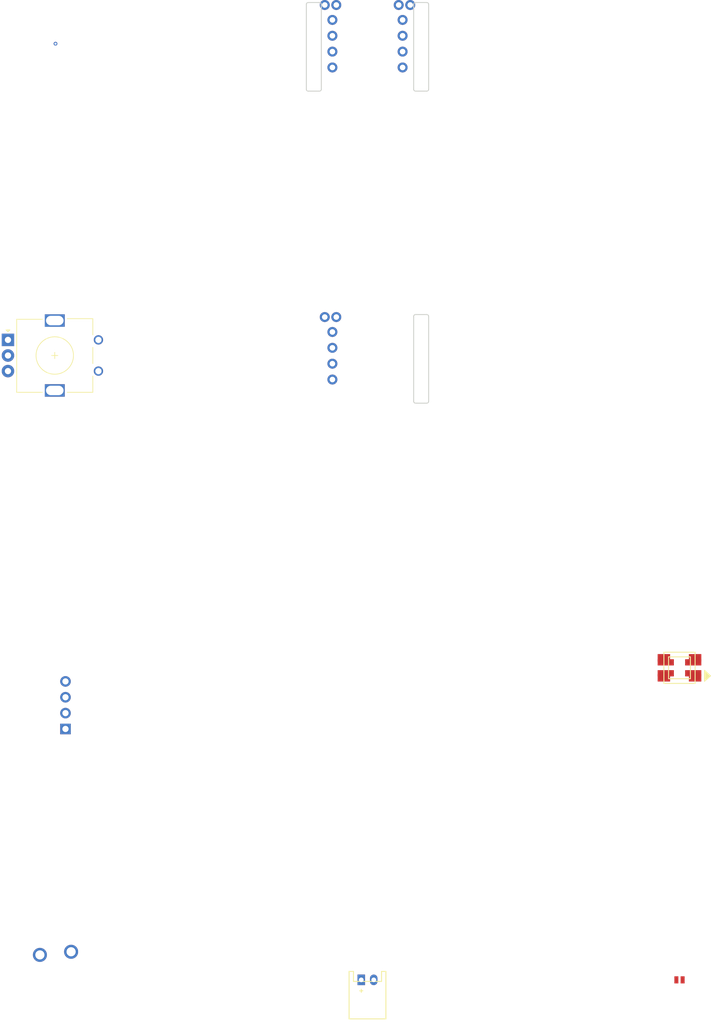
<source format=kicad_pcb>


(kicad_pcb (version 20171130) (host pcbnew 5.1.6)

  (page A3)
  (title_block
    (title "pcb")
    (rev "v1.0.0")
    (company "Unknown")
  )

  (general
    (thickness 1.6)
  )

  (layers
    (0 F.Cu signal)
    (31 B.Cu signal)
    (32 B.Adhes user)
    (33 F.Adhes user)
    (34 B.Paste user)
    (35 F.Paste user)
    (36 B.SilkS user)
    (37 F.SilkS user)
    (38 B.Mask user)
    (39 F.Mask user)
    (40 Dwgs.User user)
    (41 Cmts.User user)
    (42 Eco1.User user)
    (43 Eco2.User user)
    (44 Edge.Cuts user)
    (45 Margin user)
    (46 B.CrtYd user)
    (47 F.CrtYd user)
    (48 B.Fab user)
    (49 F.Fab user)
  )

  (setup
    (last_trace_width 0.25)
    (trace_clearance 0.2)
    (zone_clearance 0.508)
    (zone_45_only no)
    (trace_min 0.2)
    (via_size 0.8)
    (via_drill 0.4)
    (via_min_size 0.4)
    (via_min_drill 0.3)
    (uvia_size 0.3)
    (uvia_drill 0.1)
    (uvias_allowed no)
    (uvia_min_size 0.2)
    (uvia_min_drill 0.1)
    (edge_width 0.05)
    (segment_width 0.2)
    (pcb_text_width 0.3)
    (pcb_text_size 1.5 1.5)
    (mod_edge_width 0.12)
    (mod_text_size 1 1)
    (mod_text_width 0.15)
    (pad_size 1.524 1.524)
    (pad_drill 0.762)
    (pad_to_mask_clearance 0.05)
    (aux_axis_origin 0 0)
    (visible_elements FFFFFF7F)
    (pcbplotparams
      (layerselection 0x010fc_ffffffff)
      (usegerberextensions false)
      (usegerberattributes true)
      (usegerberadvancedattributes true)
      (creategerberjobfile true)
      (excludeedgelayer true)
      (linewidth 0.100000)
      (plotframeref false)
      (viasonmask false)
      (mode 1)
      (useauxorigin false)
      (hpglpennumber 1)
      (hpglpenspeed 20)
      (hpglpendiameter 15.000000)
      (psnegative false)
      (psa4output false)
      (plotreference true)
      (plotvalue true)
      (plotinvisibletext false)
      (padsonsilk false)
      (subtractmaskfromsilk false)
      (outputformat 1)
      (mirror false)
      (drillshape 1)
      (scaleselection 1)
      (outputdirectory ""))
  )

  (net 0 "")
(net 1 "from")
(net 2 "to")
(net 3 "pos")
(net 4 "neg")
(net 5 "VCC")
(net 6 "GND")
(net 7 "SDA")
(net 8 "SCL")
(net 9 "din")
(net 10 "dout")
(net 11 "A")
(net 12 "B")
(net 13 "C")
(net 14 "D")
(net 15 "net")

  (net_class Default "This is the default net class."
    (clearance 0.2)
    (trace_width 0.25)
    (via_dia 0.8)
    (via_drill 0.4)
    (uvia_dia 0.3)
    (uvia_drill 0.1)
    (add_net "")
(add_net "from")
(add_net "to")
(add_net "pos")
(add_net "neg")
(add_net "VCC")
(add_net "GND")
(add_net "SDA")
(add_net "SCL")
(add_net "din")
(add_net "dout")
(add_net "A")
(add_net "B")
(add_net "C")
(add_net "D")
(add_net "net")
  )

  

    (module ALPS (layer F.Cu) (tedit 5CF31DEF)

        (at 0 0 0)
        
        
        (fp_text reference "S1" (at 0 0) (layer F.SilkS) hide (effects (font (size 1.27 1.27) (thickness 0.15))))
        (fp_text value "" (at 0 0) (layer F.SilkS) hide (effects (font (size 1.27 1.27) (thickness 0.15))))
        
        
        (fp_line (start -7 -6) (end -7 -7) (layer Dwgs.User) (width 0.15))
        (fp_line (start -7 7) (end -6 7) (layer Dwgs.User) (width 0.15))
        (fp_line (start -6 -7) (end -7 -7) (layer Dwgs.User) (width 0.15))
        (fp_line (start -7 7) (end -7 6) (layer Dwgs.User) (width 0.15))
        (fp_line (start 7 6) (end 7 7) (layer Dwgs.User) (width 0.15))
        (fp_line (start 7 -7) (end 6 -7) (layer Dwgs.User) (width 0.15))
        (fp_line (start 6 7) (end 7 7) (layer Dwgs.User) (width 0.15))
        (fp_line (start 7 -7) (end 7 -6) (layer Dwgs.User) (width 0.15))

        
        (pad 1 thru_hole circle (at 2.5 -4.5) (size 2.25 2.25) (drill 1.47) (layers *.Cu *.Mask) (net 1 "from"))
        (pad 2 thru_hole circle (at -2.5 -4) (size 2.25 2.25) (drill 1.47) (layers *.Cu *.Mask) (net 2 "to"))
    )

    

    
    (module JST_PH_S2B-PH-K_02x2.00mm_Angled (layer F.Cu) (tedit 58D3FE32)

        (descr "JST PH series connector, S2B-PH-K, side entry type, through hole, Datasheet: http://www.jst-mfg.com/product/pdf/eng/ePH.pdf")
        (tags "connector jst ph")

        (at 50 0 0)

        
        (fp_text reference "JST1" (at 0 0) (layer F.SilkS) hide (effects (font (size 1.27 1.27) (thickness 0.15))))
        (fp_text value "" (at 0 0) (layer F.SilkS) hide (effects (font (size 1.27 1.27) (thickness 0.15))))

        (fp_line (start -2.25 0.25) (end -2.25 -1.35) (layer F.SilkS) (width 0.15))
        (fp_line (start -2.25 -1.35) (end -2.95 -1.35) (layer F.SilkS) (width 0.15))
        (fp_line (start -2.95 -1.35) (end -2.95 6.25) (layer F.SilkS) (width 0.15))
        (fp_line (start -2.95 6.25) (end 2.95 6.25) (layer F.SilkS) (width 0.15))
        (fp_line (start 2.95 6.25) (end 2.95 -1.35) (layer F.SilkS) (width 0.15))
        (fp_line (start 2.95 -1.35) (end 2.25 -1.35) (layer F.SilkS) (width 0.15))
        (fp_line (start 2.25 -1.35) (end 2.25 0.25) (layer F.SilkS) (width 0.15))
        (fp_line (start 2.25 0.25) (end -2.25 0.25) (layer F.SilkS) (width 0.15))

        (fp_line (start -1 1.5) (end -1 2.0) (layer F.SilkS) (width 0.15))
        (fp_line (start -1.25 1.75) (end -0.75 1.75) (layer F.SilkS) (width 0.15))

        (pad 1 thru_hole rect (at -1 0 0) (size 1.2 1.7) (drill 0.75) (layers *.Cu *.Mask) (net 3 "pos"))
        (pad 2 thru_hole oval (at 1 0 0) (size 1.2 1.7) (drill 0.75) (layers *.Cu *.Mask) (net 4 "neg"))
            
    )
    
    

        (module lib:Jumper (layer F.Cu) (tedit 5E1ADAC2)
        (at 100 0 0) 

                
        (fp_text reference "J1" (at 0 0) (layer F.SilkS) hide (effects (font (size 1.27 1.27) (thickness 0.15))))
        (fp_text value Jumper (at 0 -7.3) (layer F.Fab) (effects (font (size 1 1) (thickness 0.15))))

        
        (pad 1 smd rect (at -0.50038 0 0) (size 0.635 1.143) (layers F.Cu F.Paste F.Mask)
        (clearance 0.1905) (net 1 "from"))
        (pad 2 smd rect (at 0.50038 0 0) (size 0.635 1.143) (layers F.Cu F.Paste F.Mask)
        (clearance 0.1905) (net 2 "to")))
    

        (module lib:OLED_headers (layer F.Cu) (tedit 5E1ADAC2)
        (at 0 -50 0) 

                
        (fp_text reference "OLED1" (at 0 0) (layer F.SilkS) hide (effects (font (size 1.27 1.27) (thickness 0.15))))
        (fp_text value OLED (at 0 -7.3) (layer F.Fab) (effects (font (size 1 1) (thickness 0.15))))

        
        (pad 4 thru_hole oval (at 1.6 2.18 270) (size 1.7 1.7) (drill 1) (layers *.Cu *.Mask)
        (net 7 "SDA"))
        (pad 3 thru_hole oval (at 1.6 4.72 270) (size 1.7 1.7) (drill 1) (layers *.Cu *.Mask)
        (net 8 "SCL"))
        (pad 2 thru_hole oval (at 1.6 7.26 270) (size 1.7 1.7) (drill 1) (layers *.Cu *.Mask)
        (net 5 "VCC"))
        (pad 1 thru_hole rect (at 1.6 9.8 270) (size 1.7 1.7) (drill 1) (layers *.Cu *.Mask)
        (net 6 "GND"))
        )
        

    
    (module OMRON_B3F-4055 (layer F.Cu) (tstamp 5BF2CC94)

        (at 50 -50 0)
        
        (fp_text reference "S2" (at 0 0) (layer F.SilkS) hide (effects (font (size 1.27 1.27) (thickness 0.15))))
        (fp_text value "" (at 0 0) (layer F.SilkS) hide (effects (font (size 1.27 1.27) (thickness 0.15))))
        
        
        (pad "" np_thru_hole circle (at 0 -4.5) (size 1.8 1.8) (drill 1.8) (layers *.Cu *.Mask))
        (pad "" np_thru_hole circle (at 0 4.5) (size 1.8 1.8) (drill 1.8) (layers *.Cu *.Mask))

        
        (fp_line (start -6 -6) (end 6 -6) (layer Dwgs.User) (width 0.15))
        (fp_line (start 6 -6) (end 6 6) (layer Dwgs.User) (width 0.15))
        (fp_line (start 6 6) (end -6 6) (layer Dwgs.User) (width 0.15))
        (fp_line (start -6 6) (end -6 -6) (layer Dwgs.User) (width 0.15))

        
        (pad 1 np_thru_hole circle (at 6.25 -2.5) (size 1.2 1.2) (drill 1.2) (layers *.Cu *.Mask) (net 1 "from"))
        (pad 2 np_thru_hole circle (at -6.25 -2.5) (size 1.2 1.2) (drill 1.2) (layers *.Cu *.Mask) (net 1 "from"))
        (pad 3 np_thru_hole circle (at 6.25 2.5) (size 1.2 1.2) (drill 1.2) (layers *.Cu *.Mask) (net 2 "to"))
        (pad 4 np_thru_hole circle (at -6.25 2.5 ) (size 1.2 1.2) (drill 1.2) (layers *.Cu *.Mask) (net 2 "to"))
    )
    
    

    
        (module WS2812B (layer F.Cu) (tedit 53BEE615)

            (at 100 -50 0)

            
            (fp_text reference "LED1" (at 0 0) (layer F.SilkS) hide (effects (font (size 1.27 1.27) (thickness 0.15))))
            (fp_text value "" (at 0 0) (layer F.SilkS) hide (effects (font (size 1.27 1.27) (thickness 0.15))))

            (fp_line (start -1.75 -1.75) (end -1.75 1.75) (layer F.SilkS) (width 0.15))
            (fp_line (start -1.75 1.75) (end 1.75 1.75) (layer F.SilkS) (width 0.15))
            (fp_line (start 1.75 1.75) (end 1.75 -1.75) (layer F.SilkS) (width 0.15))
            (fp_line (start 1.75 -1.75) (end -1.75 -1.75) (layer F.SilkS) (width 0.15))

            (fp_line (start -2.5 -2.5) (end -2.5 2.5) (layer F.SilkS) (width 0.15))
            (fp_line (start -2.5 2.5) (end 2.5 2.5) (layer F.SilkS) (width 0.15))
            (fp_line (start 2.5 2.5) (end 2.5 -2.5) (layer F.SilkS) (width 0.15))
            (fp_line (start 2.5 -2.5) (end -2.5 -2.5) (layer F.SilkS) (width 0.15))

            (fp_poly (pts (xy 4 2.2) (xy 4 0.375) (xy 5 1.2875)) (layer F.SilkS) (width 0.1))

            (pad 1 smd rect (at -2.2 -0.875 0) (size 2.6 1) (layers F.Cu F.Paste F.Mask) (net 5 "VCC"))
            (pad 2 smd rect (at -2.2 0.875 0) (size 2.6 1) (layers F.Cu F.Paste F.Mask) (net 10 "dout"))
            (pad 3 smd rect (at 2.2 0.875 0) (size 2.6 1) (layers F.Cu F.Paste F.Mask) (net 6 "GND"))
            (pad 4 smd rect (at 2.2 -0.875 0) (size 2.6 1) (layers F.Cu F.Paste F.Mask) (net 9 "din"))

            (pad 11 smd rect (at -2.5 -1.6 0) (size 2 1.2) (layers F.Cu F.Paste F.Mask) (net 5 "VCC"))
            (pad 22 smd rect (at -2.5 1.6 0) (size 2 1.2) (layers F.Cu F.Paste F.Mask) (net 10 "dout"))
            (pad 33 smd rect (at 2.5 1.6 0) (size 2 1.2) (layers F.Cu F.Paste F.Mask) (net 6 "GND"))
            (pad 44 smd rect (at 2.5 -1.6 0) (size 2 1.2) (layers F.Cu F.Paste F.Mask) (net 9 "din"))
            
        )
    
    

        (module rotary_encoder (layer F.Cu) (tedit 603326DE)

            (at 0 -100 0)
        
            
            (fp_text reference "ROT1" (at 0 0.5) (layer F.SilkS) 
                hide (effects (font (size 1 1) (thickness 0.15))))
            (fp_text value "" (at 0 8.89) (layer F.Fab)
                (effects (font (size 1 1) (thickness 0.15))))

            
            (fp_line (start -0.62 -0.04) (end 0.38 -0.04) (layer F.SilkS) (width 0.12))
            (fp_line (start -0.12 -0.54) (end -0.12 0.46) (layer F.SilkS) (width 0.12))
            (fp_line (start 5.98 3.26) (end 5.98 5.86) (layer F.SilkS) (width 0.12))
            (fp_line (start 5.98 -1.34) (end 5.98 1.26) (layer F.SilkS) (width 0.12))
            (fp_line (start 5.98 -5.94) (end 5.98 -3.34) (layer F.SilkS) (width 0.12))
            (fp_line (start -3.12 -0.04) (end 2.88 -0.04) (layer F.Fab) (width 0.12))
            (fp_line (start -0.12 -3.04) (end -0.12 2.96) (layer F.Fab) (width 0.12))
            (fp_line (start -7.32 -4.14) (end -7.62 -3.84) (layer F.SilkS) (width 0.12))
            (fp_line (start -7.92 -4.14) (end -7.32 -4.14) (layer F.SilkS) (width 0.12))
            (fp_line (start -7.62 -3.84) (end -7.92 -4.14) (layer F.SilkS) (width 0.12))
            (fp_line (start -6.22 -5.84) (end -6.22 5.86) (layer F.SilkS) (width 0.12))
            (fp_line (start -2.12 -5.84) (end -6.22 -5.84) (layer F.SilkS) (width 0.12))
            (fp_line (start -2.12 5.86) (end -6.22 5.86) (layer F.SilkS) (width 0.12))
            (fp_line (start 5.98 5.86) (end 1.88 5.86) (layer F.SilkS) (width 0.12))
            (fp_line (start 1.88 -5.94) (end 5.98 -5.94) (layer F.SilkS) (width 0.12))
            (fp_line (start -6.12 -4.74) (end -5.12 -5.84) (layer F.Fab) (width 0.12))
            (fp_line (start -6.12 5.76) (end -6.12 -4.74) (layer F.Fab) (width 0.12))
            (fp_line (start 5.88 5.76) (end -6.12 5.76) (layer F.Fab) (width 0.12))
            (fp_line (start 5.88 -5.84) (end 5.88 5.76) (layer F.Fab) (width 0.12))
            (fp_line (start -5.12 -5.84) (end 5.88 -5.84) (layer F.Fab) (width 0.12))
            (fp_line (start -8.87 -6.89) (end 7.88 -6.89) (layer F.CrtYd) (width 0.05))
            (fp_line (start -8.87 -6.89) (end -8.87 6.81) (layer F.CrtYd) (width 0.05))
            (fp_line (start 7.88 6.81) (end 7.88 -6.89) (layer F.CrtYd) (width 0.05))
            (fp_line (start 7.88 6.81) (end -8.87 6.81) (layer F.CrtYd) (width 0.05))
            (fp_circle (center -0.12 -0.04) (end 2.88 -0.04) (layer F.SilkS) (width 0.12))
            (fp_circle (center -0.12 -0.04) (end 2.88 -0.04) (layer F.Fab) (width 0.12))

            
            (pad A thru_hole rect (at -7.62 -2.54 0) (size 2 2) (drill 1) (layers *.Cu *.Mask) (net 11 "A"))
            (pad C thru_hole circle (at -7.62 -0.04) (size 2 2) (drill 1) (layers *.Cu *.Mask) (net 13 "C"))
            (pad B thru_hole circle (at -7.62 2.46) (size 2 2) (drill 1) (layers *.Cu *.Mask) (net 12 "B"))
            (pad 1 thru_hole circle (at 6.88 -2.54) (size 1.5 1.5) (drill 1) (layers *.Cu *.Mask) (net 1 "from"))
            (pad 2 thru_hole circle (at 6.88 2.46) (size 1.5 1.5) (drill 1) (layers *.Cu *.Mask) (net 2 "to"))

            
            (pad "" thru_hole rect (at -0.12 -5.64 0) (size 3.2 2) (drill oval 2.8 1.5) (layers *.Cu *.Mask))
            (pad "" thru_hole rect (at -0.12 5.56 0)  (size 3.2 2) (drill oval 2.8 1.5) (layers *.Cu *.Mask))
        )
    

        
        (module RollerEncoder_Panasonic_EVQWGD001 (layer F.Cu) (tedit 6040A10C)
        (at 50 -100 0)   
        (fp_text reference REF** (at 0 0 0) (layer F.Fab) (effects (font (size 1 1) (thickness 0.15))))
        (fp_text value RollerEncoder_Panasonic_EVQWGD001 (at -0.1 9 0) (layer F.Fab) (effects (font (size 1 1) (thickness 0.15))))
        
        
        (fp_line (start -8.4 -6.4) (end 8.4 -6.4) (layer Dwgs.User) (width 0.12))
        (fp_line (start 8.4 -6.4) (end 8.4 7.4) (layer Dwgs.User) (width 0.12))
        (fp_line (start 8.4 7.4) (end -8.4 7.4) (layer Dwgs.User) (width 0.12))
        (fp_line (start -8.4 7.4) (end -8.4 -6.4) (layer Dwgs.User) (width 0.12))
      
        
          
          (fp_line (start 9.8 7.3) (end 9.8 -6.3) (layer Edge.Cuts) (width 0.15))
          (fp_line (start 7.4 -6.3) (end 7.4 7.3) (layer Edge.Cuts) (width 0.15))
          (fp_line (start 9.5 -6.6) (end 7.7 -6.6) (layer Edge.Cuts) (width 0.15))
          (fp_line (start 7.7 7.6) (end 9.5 7.6) (layer Edge.Cuts) (width 0.15))
          (fp_arc (start 7.7 7.3) (end 7.4 7.3) (angle -90) (layer Edge.Cuts) (width 0.15))
          (fp_arc (start 9.5 7.3) (end 9.5 7.6) (angle -90) (layer Edge.Cuts) (width 0.15))
          (fp_arc (start 7.7 -6.3) (end 7.7 -6.6) (angle -90) (layer Edge.Cuts) (width 0.15))
          (fp_arc (start 9.5 -6.3) (end 9.8 -6.3) (angle -90) (layer Edge.Cuts) (width 0.15))

          
          (pad S1 thru_hole circle (at -6.85 -6.2 0) (size 1.6 1.6) (drill 0.9) (layers *.Cu *.Mask) (net 1 "from"))
          (pad S2 thru_hole circle (at -5 -6.2 0) (size 1.6 1.6) (drill 0.9) (layers *.Cu *.Mask) (net 2 "to"))
          (pad A thru_hole circle (at -5.625 -3.81 0) (size 1.6 1.6) (drill 0.9) (layers *.Cu *.Mask) (net 11 "A"))
          (pad B thru_hole circle (at -5.625 -1.27 0) (size 1.6 1.6) (drill 0.9) (layers *.Cu *.Mask) (net 12 "B"))
          (pad C thru_hole circle (at -5.625 1.27 0) (size 1.6 1.6) (drill 0.9) (layers *.Cu *.Mask) (net 13 "C"))
          (pad D thru_hole circle (at -5.625 3.81 0) (size 1.6 1.6) (drill 0.9) (layers *.Cu *.Mask) (net 14 "D"))

          
          (pad "" np_thru_hole circle (at -5.625 6.3 0) (size 1.5 1.5) (drill 1.5) (layers *.Cu *.Mask))
        )
        

      (module VIA-0.6mm (layer F.Cu) (tedit 591DBFB0)
      (at 0 -150 0)   
      
      (fp_text reference REF** (at 0 1.4) (layer F.SilkS) hide (effects (font (size 1 1) (thickness 0.15))))
      (fp_text value VIA-0.6mm (at 0 -1.4) (layer F.Fab) hide (effects (font (size 1 1) (thickness 0.15))))

      
      (pad 1 thru_hole circle (at 0 0) (size 0.6 0.6) (drill 0.3) (layers *.Cu) (zone_connect 2) (net 15 "net"))
      )
    

        
        (module RollerEncoder_Panasonic_EVQWGD001 (layer F.Cu) (tedit 6040A10C)
        (at 50 -150 0)   
        (fp_text reference REF** (at 0 0 0) (layer F.Fab) (effects (font (size 1 1) (thickness 0.15))))
        (fp_text value RollerEncoder_Panasonic_EVQWGD001 (at -0.1 9 0) (layer F.Fab) (effects (font (size 1 1) (thickness 0.15))))
        
        
        (fp_line (start -8.4 -6.4) (end 8.4 -6.4) (layer Dwgs.User) (width 0.12))
        (fp_line (start 8.4 -6.4) (end 8.4 7.4) (layer Dwgs.User) (width 0.12))
        (fp_line (start 8.4 7.4) (end -8.4 7.4) (layer Dwgs.User) (width 0.12))
        (fp_line (start -8.4 7.4) (end -8.4 -6.4) (layer Dwgs.User) (width 0.12))
      
        
          
          (fp_line (start 9.8 7.3) (end 9.8 -6.3) (layer Edge.Cuts) (width 0.15))
          (fp_line (start 7.4 -6.3) (end 7.4 7.3) (layer Edge.Cuts) (width 0.15))
          (fp_line (start 9.5 -6.6) (end 7.7 -6.6) (layer Edge.Cuts) (width 0.15))
          (fp_line (start 7.7 7.6) (end 9.5 7.6) (layer Edge.Cuts) (width 0.15))
          (fp_arc (start 7.7 7.3) (end 7.4 7.3) (angle -90) (layer Edge.Cuts) (width 0.15))
          (fp_arc (start 9.5 7.3) (end 9.5 7.6) (angle -90) (layer Edge.Cuts) (width 0.15))
          (fp_arc (start 7.7 -6.3) (end 7.7 -6.6) (angle -90) (layer Edge.Cuts) (width 0.15))
          (fp_arc (start 9.5 -6.3) (end 9.8 -6.3) (angle -90) (layer Edge.Cuts) (width 0.15))

          
          (pad S1 thru_hole circle (at -6.85 -6.2 0) (size 1.6 1.6) (drill 0.9) (layers *.Cu *.Mask) (net 1 "from"))
          (pad S2 thru_hole circle (at -5 -6.2 0) (size 1.6 1.6) (drill 0.9) (layers *.Cu *.Mask) (net 2 "to"))
          (pad A thru_hole circle (at -5.625 -3.81 0) (size 1.6 1.6) (drill 0.9) (layers *.Cu *.Mask) (net 11 "A"))
          (pad B thru_hole circle (at -5.625 -1.27 0) (size 1.6 1.6) (drill 0.9) (layers *.Cu *.Mask) (net 12 "B"))
          (pad C thru_hole circle (at -5.625 1.27 0) (size 1.6 1.6) (drill 0.9) (layers *.Cu *.Mask) (net 13 "C"))
          (pad D thru_hole circle (at -5.625 3.81 0) (size 1.6 1.6) (drill 0.9) (layers *.Cu *.Mask) (net 14 "D"))

          
          (pad "" np_thru_hole circle (at -5.625 6.3 0) (size 1.5 1.5) (drill 1.5) (layers *.Cu *.Mask))
        
        
          
          (fp_line (start -9.8 7.3) (end -9.8 -6.3) (layer Edge.Cuts) (width 0.15))
          (fp_line (start -7.4 -6.3) (end -7.4 7.3) (layer Edge.Cuts) (width 0.15))
          (fp_line (start -9.5 -6.6) (end -7.7 -6.6) (layer Edge.Cuts) (width 0.15))
          (fp_line (start -7.7 7.6) (end -9.5 7.6) (layer Edge.Cuts) (width 0.15))
          (fp_arc (start -7.7 7.3) (end -7.4 7.3) (angle 90) (layer Edge.Cuts) (width 0.15))
          (fp_arc (start -9.5 7.3) (end -9.5 7.6) (angle 90) (layer Edge.Cuts) (width 0.15))
          (fp_arc (start -7.7 -6.3) (end -7.7 -6.6) (angle 90) (layer Edge.Cuts) (width 0.15))
          (fp_arc (start -9.5 -6.3) (end -9.8 -6.3) (angle 90) (layer Edge.Cuts) (width 0.15))

          
          (pad S1 thru_hole circle (at 6.85 -6.2 0) (size 1.6 1.6) (drill 0.9) (layers *.Cu *.Mask) (net 1 "from"))
          (pad S2 thru_hole circle (at 5 -6.2 0) (size 1.6 1.6) (drill 0.9) (layers *.Cu *.Mask) (net 2 "to"))
          (pad A thru_hole circle (at 5.625 -3.81 0) (size 1.6 1.6) (drill 0.9) (layers *.Cu *.Mask) (net 11 "A"))
          (pad B thru_hole circle (at 5.625 -1.27 0) (size 1.6 1.6) (drill 0.9) (layers *.Cu *.Mask) (net 12 "B"))
          (pad C thru_hole circle (at 5.625 1.27 0) (size 1.6 1.6) (drill 0.9) (layers *.Cu *.Mask) (net 13 "C"))
          (pad D thru_hole circle (at 5.625 3.81 0) (size 1.6 1.6) (drill 0.9) (layers *.Cu *.Mask) (net 14 "D"))

          
          (pad "" np_thru_hole circle (at 5.625 6.3 0) (size 1.5 1.5) (drill 1.5) (layers *.Cu *.Mask))
        )
        
  

)


</source>
